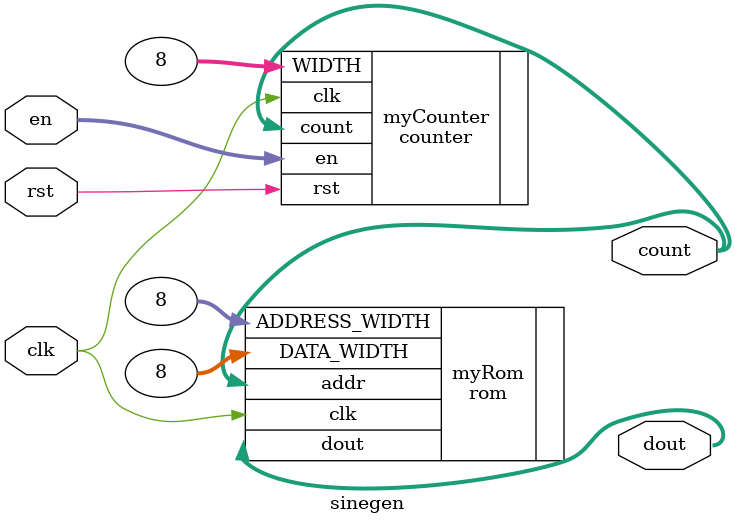
<source format=sv>
module sinegen #(
    parameter ADDRESS_WIDTH=8,
              DATA_WIDTH=8,
              WIDTH=8
)(
    input logic clk, // clock
    input logic rst, // reset
    input logic [WIDTH-1:0] en, // en
    output logic [DATA_WIDTH-1:0] dout,
    output logic [WIDTH-1:0] count //count output
);

counter myCounter (
  .WIDTH (WIDTH),
  .clk (clk),
  .rst (rst),
  .en (en),
  .count (count)
);

rom myRom (
  .ADDRESS_WIDTH (ADDRESS_WIDTH),
  .DATA_WIDTH (DATA_WIDTH),
  .clk (clk),
  .addr (count),
  .dout (dout)
);

endmodule

</source>
